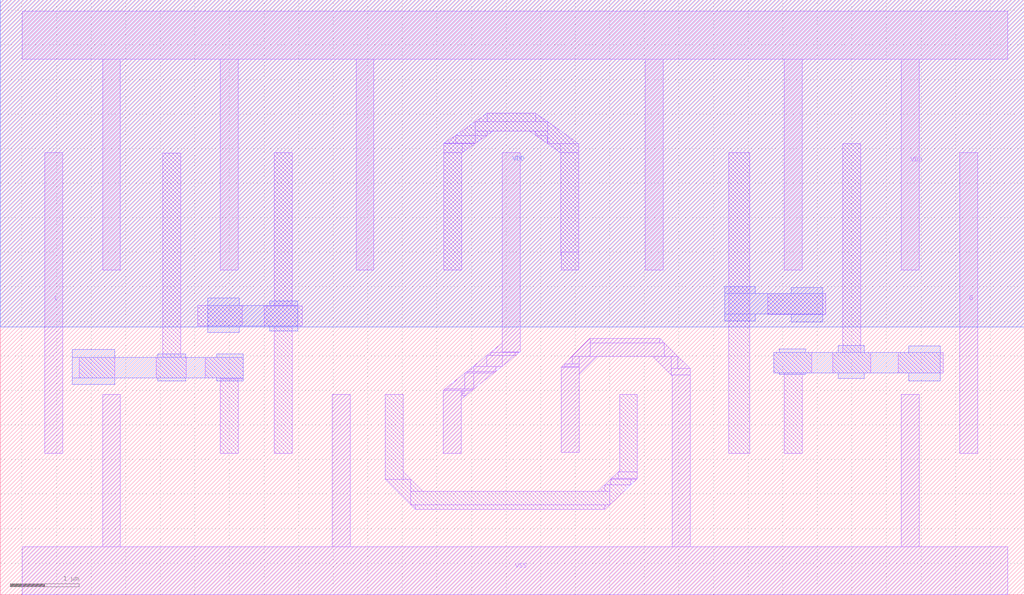
<source format=lef>
VERSION 5.7 ;
  NOWIREEXTENSIONATPIN ON ;
  DIVIDERCHAR "/" ;
  BUSBITCHARS "[]" ;
MACRO comp2_1x
  CLASS BLOCK ;
  FOREIGN comp2_1x ;
  ORIGIN 8.310 5.960 ;
  SIZE 14.805 BY 8.610 ;
  PIN VDD
    USE POWER ;
    PORT
      LAYER Nwell ;
        RECT -8.310 -2.085 6.495 2.650 ;
      LAYER Metal1 ;
        RECT -7.995 1.790 6.250 2.490 ;
        RECT -6.835 -1.260 -6.575 1.790 ;
        RECT -5.130 -1.260 -4.870 1.790 ;
        RECT -3.170 -1.260 -2.910 1.790 ;
        RECT 1.010 -1.260 1.270 1.790 ;
        RECT 3.020 -1.260 3.280 1.790 ;
        RECT 4.715 -1.260 4.975 1.790 ;
    END
  END VDD
  PIN VSS
    USE GROUND ;
    PORT
      LAYER Metal1 ;
        POLYGON 0.215 -2.245 0.215 -2.505 -0.045 -2.505 ;
        RECT 0.215 -2.315 1.225 -2.245 ;
        POLYGON 1.225 -2.245 1.290 -2.315 1.225 -2.315 ;
        RECT 0.215 -2.505 1.290 -2.315 ;
        POLYGON 1.290 -2.315 1.480 -2.505 1.290 -2.505 ;
        POLYGON -0.045 -2.505 -0.045 -2.615 -0.150 -2.615 ;
        RECT -0.045 -2.615 0.055 -2.505 ;
        POLYGON -0.150 -2.615 -0.150 -2.650 -0.185 -2.650 ;
        RECT -0.150 -2.650 0.055 -2.615 ;
        POLYGON -0.185 -2.650 -0.185 -2.665 -0.205 -2.665 ;
        RECT -0.185 -2.665 0.055 -2.650 ;
        RECT -6.835 -5.260 -6.575 -3.060 ;
        RECT -3.510 -5.260 -3.250 -3.060 ;
        RECT -0.205 -3.900 0.055 -2.665 ;
        POLYGON 0.055 -2.505 0.325 -2.505 0.055 -2.775 ;
        POLYGON 1.115 -2.505 1.385 -2.505 1.385 -2.775 ;
        RECT 1.385 -2.680 1.480 -2.505 ;
        POLYGON 1.480 -2.505 1.660 -2.680 1.480 -2.680 ;
        RECT 1.385 -2.775 1.660 -2.680 ;
        POLYGON 1.385 -2.775 1.400 -2.775 1.400 -2.790 ;
        RECT 1.400 -5.260 1.660 -2.775 ;
        RECT 4.715 -5.260 4.975 -3.060 ;
        RECT -7.995 -5.960 6.250 -5.260 ;
    END
  END VSS
  PIN L
    ANTENNADIFFAREA 1.275000 ;
    PORT
      LAYER Metal1 ;
        RECT -7.670 -3.910 -7.410 0.440 ;
    END
  END L
  PIN E
    ANTENNADIFFAREA 1.402500 ;
    PORT
      LAYER Metal1 ;
        POLYGON -1.055 -2.315 -1.055 -2.450 -1.225 -2.450 ;
        RECT -1.055 -2.440 -0.795 0.440 ;
        RECT -1.055 -2.450 -0.810 -2.440 ;
        POLYGON -0.810 -2.440 -0.795 -2.440 -0.810 -2.450 ;
        POLYGON -1.225 -2.450 -1.225 -2.495 -1.280 -2.495 ;
        RECT -1.225 -2.495 -0.865 -2.450 ;
        POLYGON -0.865 -2.450 -0.810 -2.450 -0.865 -2.495 ;
        POLYGON -1.280 -2.495 -1.280 -2.650 -1.470 -2.650 ;
        RECT -1.280 -2.650 -1.055 -2.495 ;
        POLYGON -1.055 -2.495 -0.865 -2.495 -1.055 -2.650 ;
        POLYGON -1.470 -2.650 -1.470 -2.725 -1.565 -2.725 ;
        RECT -1.470 -2.725 -1.150 -2.650 ;
        POLYGON -1.150 -2.650 -1.055 -2.650 -1.150 -2.725 ;
        POLYGON -1.565 -2.725 -1.565 -2.750 -1.595 -2.750 ;
        RECT -1.565 -2.750 -1.180 -2.725 ;
        POLYGON -1.180 -2.725 -1.150 -2.725 -1.180 -2.750 ;
        POLYGON -1.595 -2.750 -1.595 -2.980 -1.885 -2.980 ;
        RECT -1.595 -2.980 -1.470 -2.750 ;
        POLYGON -1.470 -2.750 -1.180 -2.750 -1.470 -2.980 ;
        POLYGON -1.885 -2.980 -1.885 -3.000 -1.905 -3.000 ;
        RECT -1.885 -3.000 -1.490 -2.980 ;
        POLYGON -1.490 -2.980 -1.470 -2.980 -1.490 -3.000 ;
        RECT -1.905 -3.910 -1.645 -3.000 ;
        POLYGON -1.645 -3.000 -1.490 -3.000 -1.645 -3.125 ;
    END
  END E
  PIN G
    ANTENNADIFFAREA 1.275000 ;
    PORT
      LAYER Metal1 ;
        RECT 5.560 -3.910 5.820 0.440 ;
    END
  END G
  OBS
      LAYER Metal1 ;
        POLYGON -1.275 1.010 -1.275 0.890 -1.445 0.890 ;
        RECT -1.275 0.890 -0.570 1.010 ;
        POLYGON -0.570 1.010 -0.400 0.890 -0.570 0.890 ;
        POLYGON -1.445 0.890 -1.445 0.690 -1.730 0.690 ;
        RECT -1.445 0.750 -0.400 0.890 ;
        RECT -1.445 0.690 -1.275 0.750 ;
        POLYGON -1.275 0.750 -1.190 0.750 -1.275 0.690 ;
        POLYGON -0.655 0.750 -0.570 0.750 -0.570 0.690 ;
        RECT -0.570 0.690 -0.400 0.750 ;
        POLYGON -1.730 0.690 -1.730 0.575 -1.900 0.575 ;
        RECT -1.730 0.575 -1.445 0.690 ;
        POLYGON -1.445 0.690 -1.275 0.690 -1.445 0.575 ;
        POLYGON -0.570 0.690 -0.405 0.690 -0.405 0.575 ;
        RECT -0.405 0.575 -0.400 0.690 ;
        RECT -1.900 0.570 -1.445 0.575 ;
        POLYGON -0.405 0.575 -0.400 0.575 -0.400 0.570 ;
        POLYGON -0.400 0.890 0.050 0.570 -0.400 0.570 ;
        RECT -1.900 0.440 -1.635 0.570 ;
        POLYGON -1.635 0.570 -1.445 0.570 -1.635 0.440 ;
        POLYGON -0.400 0.570 -0.215 0.570 -0.215 0.440 ;
        RECT -0.215 0.440 0.050 0.570 ;
        RECT -5.965 -2.520 -5.705 0.435 ;
        RECT -4.350 -1.770 -4.090 0.440 ;
        RECT -1.900 -1.260 -1.640 0.440 ;
        RECT -0.210 -1.000 0.050 0.440 ;
        POLYGON -0.210 -1.000 -0.205 -1.000 -0.205 -1.050 ;
        RECT -0.205 -1.260 0.050 -1.000 ;
        POLYGON 0.050 -1.000 0.055 -1.260 0.050 -1.260 ;
        RECT -5.455 -2.070 -4.815 -1.770 ;
        RECT -4.500 -1.775 -4.090 -1.770 ;
        RECT -4.500 -2.070 -3.950 -1.775 ;
        RECT -7.170 -2.820 -6.660 -2.520 ;
        RECT -6.055 -2.820 -5.625 -2.520 ;
        RECT -5.350 -2.820 -4.800 -2.520 ;
        RECT -5.135 -2.835 -4.800 -2.820 ;
        RECT -5.135 -3.910 -4.875 -2.835 ;
        RECT -4.350 -3.910 -4.090 -2.070 ;
        RECT -2.750 -4.285 -2.490 -3.060 ;
        POLYGON 0.640 -4.165 0.640 -4.175 0.625 -4.175 ;
        RECT 0.640 -4.175 0.900 -3.060 ;
        RECT 2.220 -3.910 2.520 0.440 ;
        RECT 2.785 -1.900 3.620 -1.600 ;
        RECT 3.865 -2.450 4.125 0.570 ;
        RECT 2.870 -2.750 3.420 -2.450 ;
        RECT 3.720 -2.750 4.270 -2.450 ;
        RECT 4.670 -2.750 5.320 -2.450 ;
        RECT 3.020 -3.910 3.280 -2.750 ;
        POLYGON -2.490 -4.175 -2.380 -4.285 -2.490 -4.285 ;
        POLYGON 0.625 -4.175 0.625 -4.275 0.520 -4.275 ;
        RECT 0.625 -4.275 0.900 -4.175 ;
        POLYGON 0.520 -4.275 0.520 -4.285 0.510 -4.285 ;
        RECT 0.520 -4.285 0.890 -4.275 ;
        POLYGON 0.890 -4.275 0.900 -4.275 0.890 -4.285 ;
        POLYGON -2.750 -4.285 -2.380 -4.285 -2.380 -4.655 ;
        POLYGON -2.380 -4.285 -2.205 -4.460 -2.380 -4.460 ;
        POLYGON 0.510 -4.285 0.510 -4.365 0.425 -4.365 ;
        RECT 0.510 -4.365 0.805 -4.285 ;
        POLYGON 0.805 -4.285 0.890 -4.285 0.805 -4.365 ;
        POLYGON 0.425 -4.365 0.425 -4.460 0.325 -4.460 ;
        RECT 0.425 -4.460 0.500 -4.365 ;
        RECT -2.380 -4.655 0.500 -4.460 ;
        POLYGON 0.500 -4.365 0.805 -4.365 0.500 -4.655 ;
        POLYGON -2.380 -4.655 -2.315 -4.655 -2.315 -4.720 ;
        RECT -2.315 -4.720 0.425 -4.655 ;
        POLYGON 0.425 -4.655 0.500 -4.655 0.425 -4.720 ;
      LAYER Metal2 ;
        RECT 2.160 -1.595 2.600 -1.495 ;
        RECT 3.120 -1.595 3.580 -1.510 ;
        RECT -5.310 -1.770 -4.860 -1.665 ;
        RECT -4.420 -1.770 -4.010 -1.705 ;
        RECT -5.310 -2.070 -4.010 -1.770 ;
        RECT 2.160 -1.895 3.580 -1.595 ;
        RECT 2.160 -1.995 2.600 -1.895 ;
        RECT 3.120 -2.010 3.580 -1.895 ;
        RECT -5.310 -2.160 -4.860 -2.070 ;
        RECT -4.420 -2.140 -4.010 -2.070 ;
        RECT -7.270 -2.520 -6.660 -2.410 ;
        RECT 2.950 -2.450 3.330 -2.400 ;
        RECT 3.800 -2.450 4.175 -2.350 ;
        RECT 4.820 -2.450 5.280 -2.360 ;
        RECT -6.035 -2.520 -5.635 -2.475 ;
        RECT -5.185 -2.520 -4.800 -2.475 ;
        RECT -7.270 -2.820 -4.800 -2.520 ;
        RECT 2.870 -2.750 5.280 -2.450 ;
        RECT 2.950 -2.770 3.330 -2.750 ;
        RECT -7.270 -2.910 -6.660 -2.820 ;
        RECT -6.035 -2.865 -5.635 -2.820 ;
        RECT -5.185 -2.860 -4.800 -2.820 ;
        RECT 3.800 -2.830 4.175 -2.750 ;
        RECT 4.820 -2.860 5.280 -2.750 ;
  END
END comp2_1x
END LIBRARY


</source>
